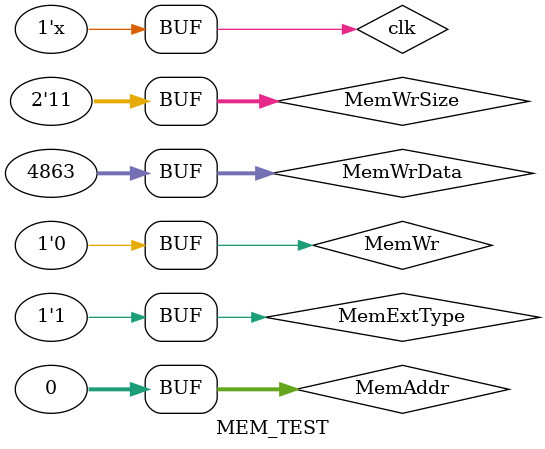
<source format=v>
`timescale 1ns / 1ps


module MEM_TEST();
     reg clk = 1;
     always #5 clk = ~clk;
     reg MemWr;
     reg[1:0] MemWrSize;
     wire MemExtType;
     wire[31:0] MemAddr;
     wire[31:0] MemWrData;
     assign MemExtType = 1;
     assign MemAddr = 32'h0000;
     assign MemWrData = 32'h12ff;
     wire[31:0] MemResult;
     //generate test wave
     initial
     begin
     MemWrSize = 2'b00;
     MemWr = 0;
     #100
     MemWr = 1;
     #100
     MemWrSize = 2'b11;
     MemWr = 0;
     end
    
    m_DataRam DataRam(
    .clock(clk),
    .MemWr(MemWr),
    .MemWrSize(MemWrSize),
    .MemExtType(MemExtType),
    .MemAddr(MemAddr),
    .MemWrData(MemWrData),
    .MemOutput(MemResult)
    );   
endmodule

</source>
